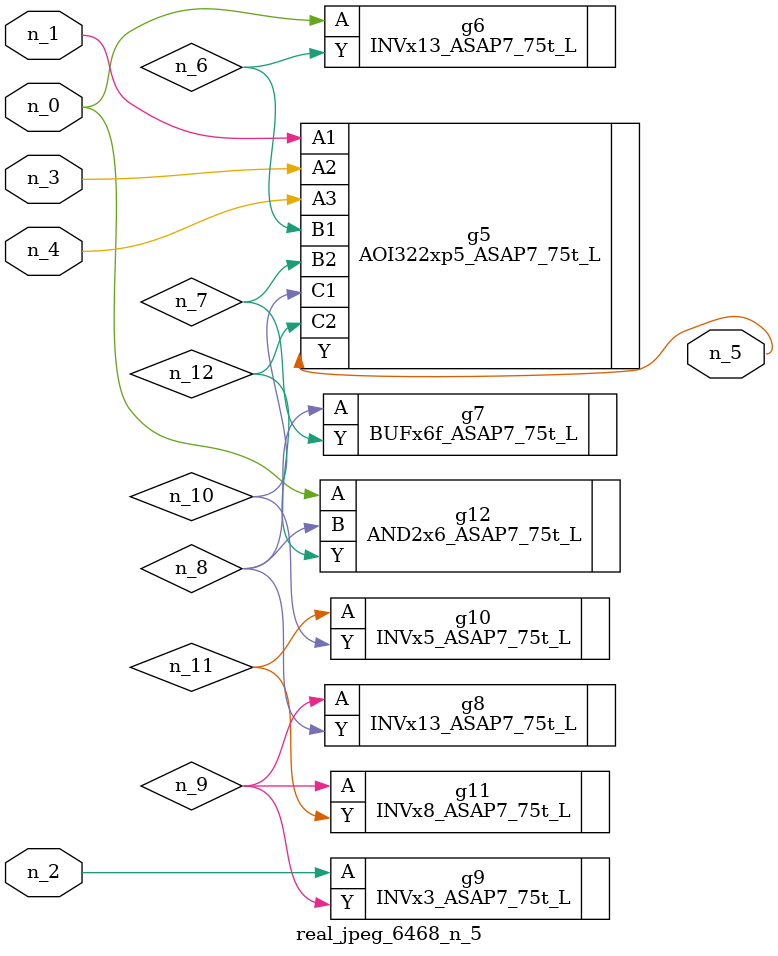
<source format=v>
module real_jpeg_6468_n_5 (n_4, n_0, n_1, n_2, n_3, n_5);

input n_4;
input n_0;
input n_1;
input n_2;
input n_3;

output n_5;

wire n_12;
wire n_8;
wire n_11;
wire n_6;
wire n_7;
wire n_10;
wire n_9;

INVx13_ASAP7_75t_L g6 ( 
.A(n_0),
.Y(n_6)
);

AND2x6_ASAP7_75t_L g12 ( 
.A(n_0),
.B(n_8),
.Y(n_12)
);

AOI322xp5_ASAP7_75t_L g5 ( 
.A1(n_1),
.A2(n_3),
.A3(n_4),
.B1(n_6),
.B2(n_7),
.C1(n_10),
.C2(n_12),
.Y(n_5)
);

INVx3_ASAP7_75t_L g9 ( 
.A(n_2),
.Y(n_9)
);

BUFx6f_ASAP7_75t_L g7 ( 
.A(n_8),
.Y(n_7)
);

INVx13_ASAP7_75t_L g8 ( 
.A(n_9),
.Y(n_8)
);

INVx8_ASAP7_75t_L g11 ( 
.A(n_9),
.Y(n_11)
);

INVx5_ASAP7_75t_L g10 ( 
.A(n_11),
.Y(n_10)
);


endmodule
</source>
